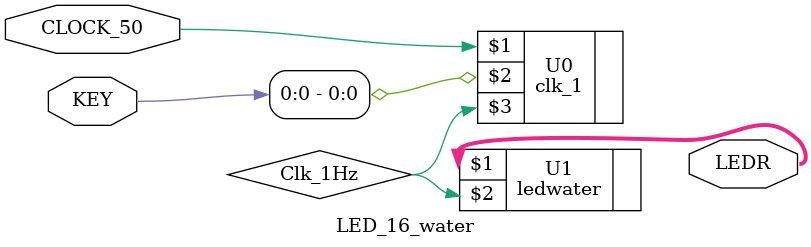
<source format=v>
module LED_16_water(CLOCK_50,KEY,LEDR);

input CLOCK_50;
input [3:0]KEY;
output [15:0] LEDR;

 wire Clk_1Hz;

 clk_1 U0 (CLOCK_50, KEY[0], Clk_1Hz);
ledwater U1 (LEDR[15:0], Clk_1Hz ); 

 endmodule
</source>
